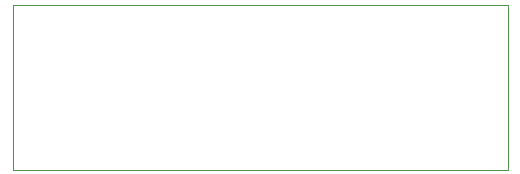
<source format=gbr>
G04 #@! TF.GenerationSoftware,KiCad,Pcbnew,(5.1.4)-1*
G04 #@! TF.CreationDate,2020-04-20T12:39:18-04:00*
G04 #@! TF.ProjectId,LightSensor2,4c696768-7453-4656-9e73-6f72322e6b69,rev?*
G04 #@! TF.SameCoordinates,Original*
G04 #@! TF.FileFunction,Profile,NP*
%FSLAX46Y46*%
G04 Gerber Fmt 4.6, Leading zero omitted, Abs format (unit mm)*
G04 Created by KiCad (PCBNEW (5.1.4)-1) date 2020-04-20 12:39:18*
%MOMM*%
%LPD*%
G04 APERTURE LIST*
%ADD10C,0.050000*%
G04 APERTURE END LIST*
D10*
X157480000Y191770000D02*
X147320000Y191770000D01*
X157480000Y205740000D02*
X157480000Y191770000D01*
X147320000Y205740000D02*
X157480000Y205740000D01*
X115570000Y191770000D02*
X115570000Y195580000D01*
X147320000Y191770000D02*
X115570000Y191770000D01*
X115570000Y205740000D02*
X115570000Y204470000D01*
X115570000Y205740000D02*
X147320000Y205740000D01*
X115570000Y204470000D02*
X115570000Y195580000D01*
M02*

</source>
